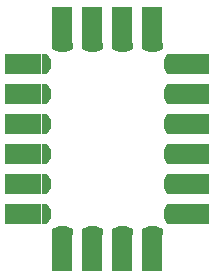
<source format=gbs>
G04 DipTrace 2.4.0.2*
%INPCA9685.gbs*%
%MOMM*%
%ADD28R,2.082X1.75*%
%ADD29R,1.65X1.75*%
%ADD30R,1.75X2.082*%
%ADD31R,1.75X1.65*%
%FSLAX53Y53*%
G04*
G71*
G90*
G75*
G01*
%LNBotMask*%
%LPD*%
D31*
X21438Y29058D3*
X18898D3*
X16358D3*
X13818D3*
G36*
X18023Y27783D2*
Y28288D1*
X19773D1*
Y27783D1*
X19229Y27503D1*
X18567D1*
X18023Y27783D1*
G37*
G36*
X20563D2*
Y28288D1*
X22313D1*
Y27783D1*
X21769Y27503D1*
X21107D1*
X20563Y27783D1*
G37*
G36*
X12943D2*
Y28288D1*
X14693D1*
Y27783D1*
X14149Y27503D1*
X13487D1*
X12943Y27783D1*
G37*
G36*
X15483D2*
Y28288D1*
X17233D1*
Y27783D1*
X16689Y27503D1*
X16027D1*
X15483Y27783D1*
G37*
D30*
X21438Y30328D3*
X18898D3*
X16358D3*
X13818D3*
D31*
Y11278D3*
X16358D3*
X18898D3*
X21438D3*
G36*
X17233Y12553D2*
Y12048D1*
X15483D1*
Y12553D1*
X16027Y12833D1*
X16689D1*
X17233Y12553D1*
G37*
G36*
X14693D2*
Y12048D1*
X12943D1*
Y12553D1*
X13487Y12833D1*
X14149D1*
X14693Y12553D1*
G37*
G36*
X22313D2*
Y12048D1*
X20563D1*
Y12553D1*
X21107Y12833D1*
X21769D1*
X22313Y12553D1*
G37*
G36*
X19773D2*
Y12048D1*
X18023D1*
Y12553D1*
X18567Y12833D1*
X19229D1*
X19773Y12553D1*
G37*
D30*
X13818Y10008D3*
X16358D3*
X18898D3*
X21438D3*
D29*
X11278Y26518D3*
Y23978D3*
Y21438D3*
Y18898D3*
Y16358D3*
Y13818D3*
G36*
X12553Y23103D2*
X12048D1*
Y24853D1*
X12553D1*
X12833Y24309D1*
Y23647D1*
X12553Y23103D1*
G37*
G36*
Y25643D2*
X12048D1*
Y27393D1*
X12553D1*
X12833Y26849D1*
Y26187D1*
X12553Y25643D1*
G37*
G36*
Y20563D2*
X12048D1*
Y22313D1*
X12553D1*
X12833Y21769D1*
Y21107D1*
X12553Y20563D1*
G37*
G36*
Y15483D2*
X12048D1*
Y17233D1*
X12553D1*
X12833Y16689D1*
Y16027D1*
X12553Y15483D1*
G37*
G36*
Y18023D2*
X12048D1*
Y19773D1*
X12553D1*
X12833Y19229D1*
Y18567D1*
X12553Y18023D1*
G37*
G36*
Y12943D2*
X12048D1*
Y14693D1*
X12553D1*
X12833Y14149D1*
Y13487D1*
X12553Y12943D1*
G37*
D28*
X10008Y26518D3*
Y23978D3*
Y21438D3*
Y18898D3*
Y16358D3*
Y13818D3*
D29*
X23978D3*
Y16358D3*
Y18898D3*
Y21438D3*
Y23978D3*
Y26518D3*
G36*
X22703Y17233D2*
X23208D1*
Y15483D1*
X22703D1*
X22423Y16027D1*
Y16689D1*
X22703Y17233D1*
G37*
G36*
Y14693D2*
X23208D1*
Y12943D1*
X22703D1*
X22423Y13487D1*
Y14149D1*
X22703Y14693D1*
G37*
G36*
Y19773D2*
X23208D1*
Y18023D1*
X22703D1*
X22423Y18567D1*
Y19229D1*
X22703Y19773D1*
G37*
G36*
Y24853D2*
X23208D1*
Y23103D1*
X22703D1*
X22423Y23647D1*
Y24309D1*
X22703Y24853D1*
G37*
G36*
Y22313D2*
X23208D1*
Y20563D1*
X22703D1*
X22423Y21107D1*
Y21769D1*
X22703Y22313D1*
G37*
G36*
Y27393D2*
X23208D1*
Y25643D1*
X22703D1*
X22423Y26187D1*
Y26849D1*
X22703Y27393D1*
G37*
D28*
X25248Y13818D3*
Y16358D3*
Y18898D3*
Y21438D3*
Y23978D3*
Y26518D3*
M02*

</source>
